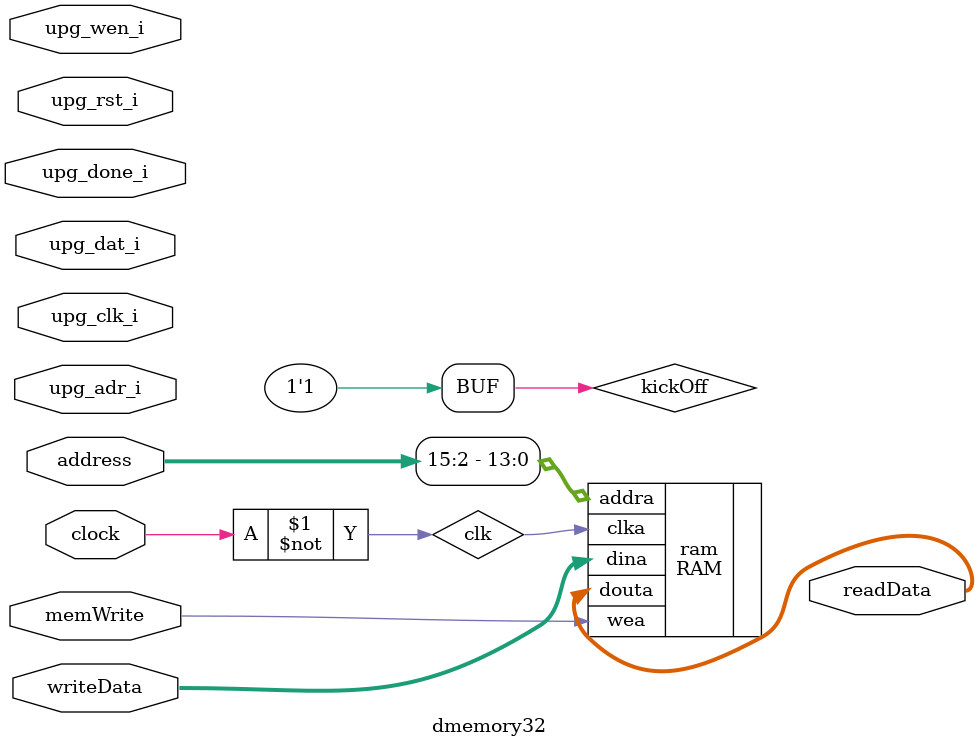
<source format=v>
`timescale 1ns / 1ps

module dmemory32(
    //memWrite comes from controller, 1'b1 -> write data-memory.
    input clock, //from top
    input memWrite, //from controller
    input [31:0] address, //from alu
    input [31:0] writeData, //from memOrIO
    output [31:0] readData,

    // UART Programmer Pinouts
    input upg_rst_i, // UPG reset (Active High)
    input upg_clk_i, // UPG ram_clk_i (10MHz)
    input upg_wen_i, // UPG write enable
    input [13:0] upg_adr_i, // UPG write address  upg_adr_o[14:1], ifetch [13:0]
    input [31:0] upg_dat_i, // UPG write data
    input upg_done_i // 1 if programming is finished
    );

    // 时钟信号的频率取决于上游模块

    //Create a instance of RAM(IP core), binding the ports
    wire clk;
    assign clk = ~clock;

    /*  1 - normal
        0 - uart.  */
    // wire kickOff = upg_rst_i | (~upg_rst_i & upg_done_i); 
    wire kickOff = 1;

    RAM ram (
    .clka (kickOff ? clk : upg_clk_i),
    .wea (kickOff ? memWrite : upg_wen_i),
    .addra (kickOff ? address[15:2] : upg_adr_i),
    .dina (kickOff ? writeData : upg_dat_i),
    .douta (readData)
    );
    
endmodule

</source>
